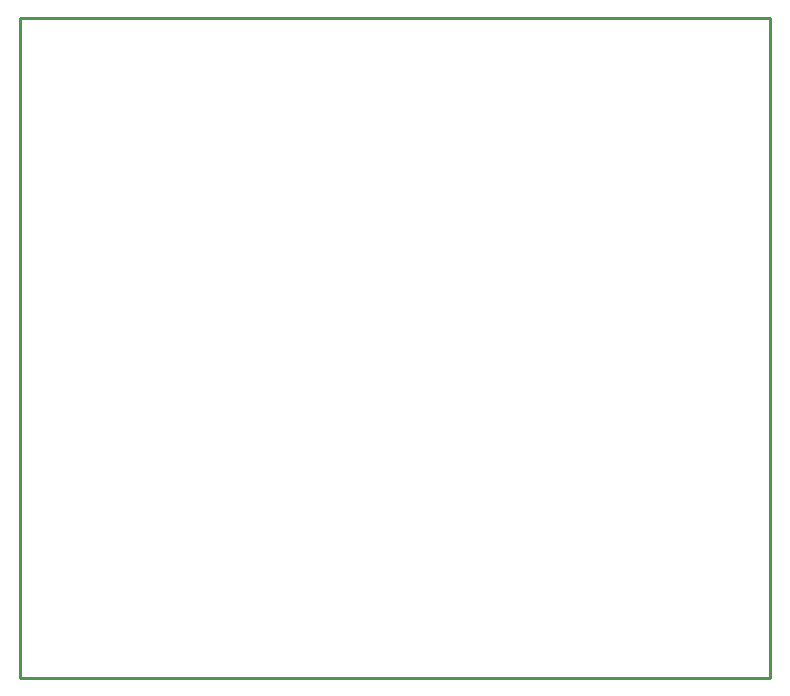
<source format=gko>
G04 ---------------------------- Layer name :KeepOutLayer*
G04 EasyEDA v5.6.15, Fri, 03 Aug 2018 07:00:42 GMT*
G04 fad3a197975a46e394a3725a2b087312*
G04 Gerber Generator version 0.2*
G04 Scale: 100 percent, Rotated: No, Reflected: No *
G04 Dimensions in millimeters *
G04 leading zeros omitted , absolute positions ,3 integer and 3 decimal *
%FSLAX33Y33*%
%MOMM*%
G90*
G71D02*

%ADD10C,0.254000*%
G54D10*
G01X0Y55880D02*
G01X63500Y55880D01*
G01X63500Y0D01*
G01X0Y0D01*
G01X0Y55880D01*

%LPD*%
M00*
M02*

</source>
